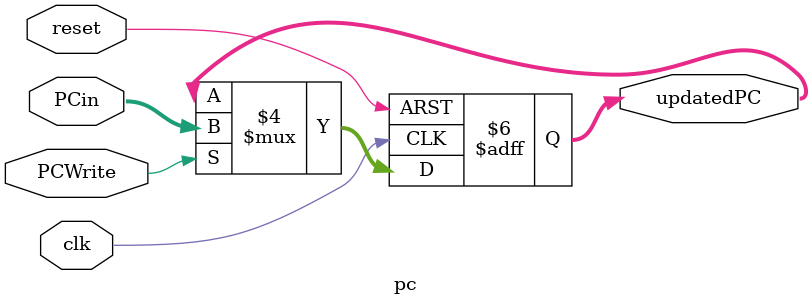
<source format=v>
module pc(
	input reset, clk, PCWrite,
	input [15:0] PCin,
	output reg [15:0] updatedPC
);

always @(posedge clk, negedge reset)
begin
    	if (!reset)
    	begin
    		updatedPC <= 16'h0000;
    	end
		
    	else 
		begin
			if (PCWrite == 1) 
			begin
				updatedPC <= PCin;
			end
    	end
end

endmodule

</source>
